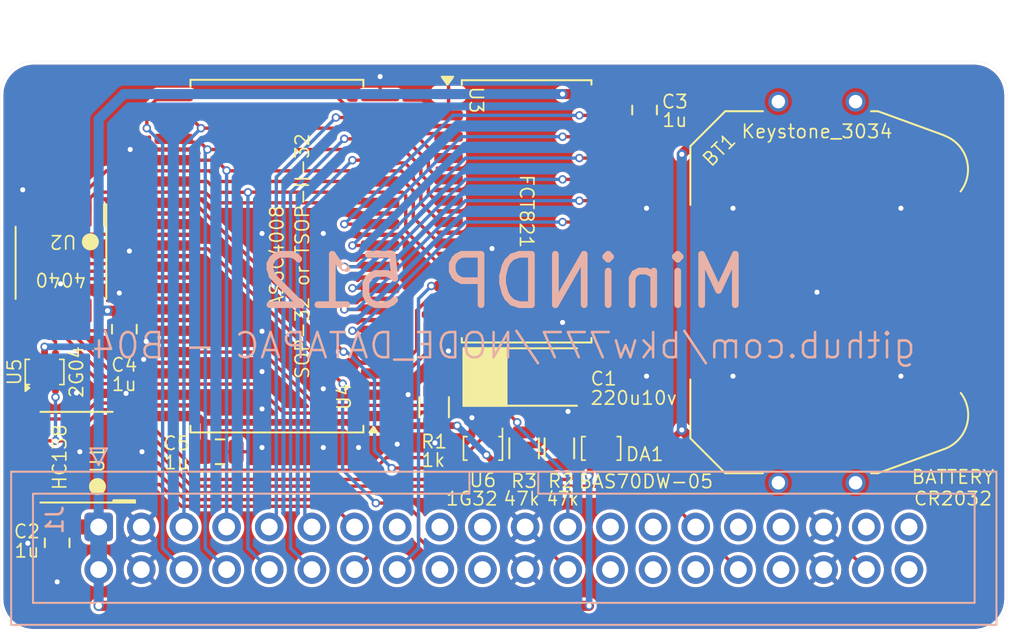
<source format=kicad_pcb>
(kicad_pcb (version 20240108) (generator "pcbnew") (generator_version "8.0")
  (title_block (title "MiniNDP 512") (date "2024-06-13") (rev "B04") (company "Brian K. White - b.kenyon.w@gmail.com") (comment 1 "github.com/bkw777/NODE_DATAPAC"))
  (layers (0 "F.Cu" signal) (31 "B.Cu" signal) (34 "B.Paste" user) (35 "F.Paste" user) (36 "B.SilkS" user "B.Silkscreen") (37 "F.SilkS" user "F.Silkscreen") (38 "B.Mask" user) (39 "F.Mask" user) (44 "Edge.Cuts" user))
  (net 0 "")
  (net 1 "GND")
  (net 2 "VMEM")
  (net 3 "VBUS")
  (net 4 "/AD0")
  (net 5 "/AD1")
  (net 6 "/AD2")
  (net 7 "/AD3")
  (net 8 "/AD4")
  (net 9 "/AD5")
  (net 10 "/AD6")
  (net 11 "/AD7")
  (net 12 "/A8")
  (net 13 "/A9")
  (net 14 "/~{RD}")
  (net 15 "/RAMRST")
  (net 16 "/~{Y0}")
  (net 17 "/(A)")
  (net 23 "/~{BLOCK}")
  (net 24 "/~{BYTE}")
  (net 27 "/BUS_A10")
  (net 30 "/SLEEP")
  (net 31 "/A5")
  (net 32 "/A6")
  (net 34 "/~{CE}")
  (net 35 "/A7")
  (net 36 "+BATT")
  (net 37 "/BUS_A8")
  (net 38 "/BUS_A9")
  (net 39 "/A0")
  (net 40 "/A1")
  (net 41 "/A2")
  (net 42 "/A3")
  (net 43 "/A4")
  (net 55 "/BLOCK")
  (net 57 "/~{WR}")
  (net 59 "Net-(C1-Pad1)")
  (net 61 "/A15")
  (net 62 "/A12")
  (net 63 "/A13")
  (net 64 "/A18")
  (net 65 "/A14")
  (net 66 "/A16")
  (net 67 "/A17")
  (net 68 "/A10")
  (net 69 "/A11")
  (net 70 "/BYTE")
  (footprint "000_LOCAL:CP_6032" (layer "F.Cu") (at 153.309 104.825)
    (property "Reference" "C1")
    (property "Value" "220u10v")
  )
  (footprint "000_LOCAL:TSSOP-16" (layer "F.Cu") (at 126.5 109.6 180)
    (property "Reference" "U1")
    (property "Value" "HC138")
  )
  (footprint "000_LOCAL:C_0805" (layer "F.Cu") (at 125.35 114.704999 -90)
    (property "Reference" "C2")
    (property "Value" "1u")
  )
  (footprint "000_LOCAL:SOIC-24" (layer "F.Cu") (at 153.309001 94.958999)
    (property "Reference" "U3")
    (property "Value" "FCT821")
  )
  (footprint "000_LOCAL:Fiducial_0.75_1.5" (layer "F.Cu") (at 179.95 118.025)
    (property "Reference" "F2" (hide yes))
    (property "Value" "Fiducial_0.75_1.5" (hide yes))
  )
  (footprint "000_LOCAL:TSOP-II-SOP-32_dual" (layer "F.Cu") (at 138.4372 97.626 180)
    (property "Reference" "U4")
    (property "Value" "AS6C4008")
  )
  (footprint "000_LOCAL:Fiducial_0.75_1.5" (layer "F.Cu") (at 179.95 88.025 90)
    (property "Reference" "F2" (hide yes))
    (property "Value" "Fiducial_0.75_1.5" (hide yes))
  )
  (footprint "000_LOCAL:SOT-363_SC-70-6_symmetric" (layer "F.Cu") (at 157.75 109.075 90)
    (property "Reference" "DA1")
    (property "Value" "BAS70DW-05")
  )
  (footprint "000_LOCAL:TSSOP-16" (layer "F.Cu") (at 125.575 98.025 -90)
    (property "Reference" "U2")
    (property "Value" "4040")
  )
  (footprint "000_LOCAL:R_0805" (layer "F.Cu") (at 147.8 106.625 90)
    (property "Reference" "R1")
    (property "Value" "1k")
  )
  (footprint "000_LOCAL:SOT-353_SC-70-5" (layer "F.Cu") (at 150.709 109.075 -90)
    (property "Reference" "U6")
    (property "Value" "1G32")
  )
  (footprint "000_LOCAL:C_0805" (layer "F.Cu") (at 160.331999 88.924 -90)
    (property "Reference" "C3")
    (property "Value" "1u")
  )
  (footprint "000_LOCAL:R_0805" (layer "F.Cu") (at 155.259 109.075 90)
    (property "Reference" "R2")
    (property "Value" "47k")
  )
  (footprint "000_LOCAL:Fiducial_0.75_1.5" (layer "F.Cu") (at 123.95 118.025)
    (property "Reference" "F3" (hide yes))
    (property "Value" "Fiducial_0.75_1.5" (hide yes))
  )
  (footprint "000_LOCAL:MiniNDP_Cover" (layer "F.Cu") (at 151.95 103.025)
    (property "Reference" "ENCLOSURE")
    (property "Value" "MiniNDP_Cover")
  )
  (footprint "000_LOCAL:SOT-363_SC-70-6" (layer "F.Cu") (at 124.6 104.525 90)
    (property "Reference" "U5")
    (property "Value" "2G04")
  )
  (footprint "000_LOCAL:Keystone_3028_3034" (layer "F.Cu") (at 170.6 99.775 90)
    (property "Reference" "BT1")
    (property "Value" "Keystone_3034")
  )
  (footprint "000_LOCAL:R_0805" (layer "F.Cu") (at 153.159 109.075 90)
    (property "Reference" "R3")
    (property "Value" "47k")
  )
  (footprint "000_LOCAL:C_0805" (layer "F.Cu") (at 129.35 101.974999 -90)
    (property "Reference" "C4")
    (property "Value" "1u")
  )
  (footprint "000_LOCAL:C_0805" (layer "F.Cu") (at 135.05 109.275)
    (property "Reference" "C5")
    (property "Value" "1u")
  )
  (footprint "000_LOCAL:IDC-Header_2x20_P2.54mm_Vertical" (layer "B.Cu") (at 127.82 113.755 -90)
    (property "Reference" "J1")
    (property "Value" "Conn_02x20_Odd_Even")
  )
  (gr_line (start 123.95 86.025) (end 179.95 86.025) (stroke (width 0.01)) (layer "Edge.Cuts"))
  (gr_line (start 179.95 120.025) (end 123.95 120.025) (stroke (width 0.01)) (layer "Edge.Cuts"))
  (gr_arc (start 179.95 86.024999) (mid 181.364214 86.610786) (end 181.950001 88.025) (stroke (width 0.01)) (layer "Edge.Cuts"))
  (gr_arc (start 123.95 120.025) (mid 122.535786 119.439214) (end 121.95 118.025) (stroke (width 0.01)) (layer "Edge.Cuts"))
  (gr_arc (start 181.950001 118.025) (mid 181.364214 119.439214) (end 179.95 120.025001) (stroke (width 0.01)) (layer "Edge.Cuts"))
  (gr_line (start 181.95 88.025) (end 181.95 118.025) (stroke (width 0.01)) (layer "Edge.Cuts"))
  (gr_arc (start 121.949999 88.025) (mid 122.535786 86.610786) (end 123.95 86.024999) (stroke (width 0.01)) (layer "Edge.Cuts"))
  (gr_line (start 121.95 118.025) (end 121.95 88.025) (stroke (width 0.01)) (layer "Edge.Cuts"))
  (gr_text "${TITLE}" (at 151.95 99.15 0) (layer "B.SilkS") (effects (font (size 3 3) (thickness 0.4)) (justify mirror)))
  (gr_text "${COMMENT1} - ${REVISION}" (at 151.95 102.96 0) (layer "B.SilkS") (effects (font (size 1.5 1.5)) (justify mirror)))
  (gr_text "SOP-32 or TSOP-II-32" (at 139.95 97.625 90) (layer "F.SilkS") (effects (font (size 0.8 0.8) (thickness 0.1))))
  (gr_text "BATTERY\nCR2032" (at 178.7 111.425 0) (layer "F.SilkS") (effects (font (size 0.8 0.8) (thickness 0.1))))
  (via (at 150.05 107.25) (size 0.5) (drill 0.3) (layers "F.Cu" "B.Cu") (net 1))
  (via (at 126.5 105.775) (size 0.5) (drill 0.3) (layers "F.Cu" "B.Cu") (net 1))
  (via (at 141.2 105.525) (size 0.5) (drill 0.3) (layers "F.Cu" "B.Cu") (net 1))
  (via (at 155.45 101.575) (size 0.5) (drill 0.3) (layers "F.Cu" "B.Cu") (net 1))
  (via (at 151.25 97.175) (size 0.5) (drill 0.3) (layers "F.Cu" "B.Cu") (net 1))
  (via (at 170.6 99.775) (size 0.5) (drill 0.3) (layers "F.Cu" "B.Cu") (net 1))
  (via (at 165.6 94.775) (size 0.5) (drill 0.3) (layers "F.Cu" "B.Cu") (net 1))
  (via (at 141.2 96.275) (size 0.5) (drill 0.3) (layers "F.Cu" "B.Cu") (net 1))
  (via (at 143.3 109.025) (size 0.5) (drill 0.3) (layers "F.Cu" "B.Cu") (net 1))
  (via (at 175.6 94.775) (size 0.5) (drill 0.3) (layers "F.Cu" "B.Cu") (net 1))
  (via (at 145.6 108.825) (size 0.5) (drill 0.3) (layers "F.Cu" "B.Cu") (net 1))
  (via (at 137.55 104.5) (size 0.5) (drill 0.3) (layers "F.Cu" "B.Cu") (net 1))
  (via (at 129.45 105.8) (size 0.5) (drill 0.3) (layers "F.Cu" "B.Cu") (net 1))
  (via (at 130.65 102.706) (size 0.5) (drill 0.3) (layers "F.Cu" "B.Cu") (net 1))
  (via (at 137.55 96.275) (size 0.5) (drill 0.3) (layers "F.Cu" "B.Cu") (net 1))
  (via (at 137.55 106.725) (size 0.5) (drill 0.3) (layers "F.Cu" "B.Cu") (net 1))
  (via (at 123.6 114.725) (size 0.5) (drill 0.3) (layers "F.Cu" "B.Cu") (net 1))
  (via (at 129.65 97.325) (size 0.5) (drill 0.3) (layers "F.Cu" "B.Cu") (net 1))
  (via (at 165.6 104.775) (size 0.5) (drill 0.3) (layers "F.Cu" "B.Cu") (net 1))
  (via (at 141.2 109.025) (size 0.5) (drill 0.3) (layers "F.Cu" "B.Cu") (net 1))
  (via (at 125.35 117.025) (size 0.5) (drill 0.3) (layers "F.Cu" "B.Cu") (net 1))
  (via (at 137.55 109.025) (size 0.5) (drill 0.3) (layers "F.Cu" "B.Cu") (net 1))
  (via (at 160.45 104.775) (size 0.5) (drill 0.3) (layers "F.Cu" "B.Cu") (net 1))
  (via (at 129.05 99.825) (size 0.5) (drill 0.3) (layers "F.Cu" "B.Cu") (net 1))
  (via (at 123.3 93.675) (size 0.5) (drill 0.3) (layers "F.Cu" "B.Cu") (net 1))
  (via (at 126.7 109.275) (size 0.5) (drill 0.3) (layers "F.Cu" "B.Cu") (net 1))
  (via (at 144.584 86.9326) (size 0.5) (drill 0.3) (layers "F.Cu" "B.Cu") (net 1))
  (via (at 146.25 105.875) (size 0.5) (drill 0.3) (layers "F.Cu" "B.Cu") (net 1))
  (via (at 137.55 102.1) (size 0.5) (drill 0.3) (layers "F.Cu" "B.Cu") (net 1))
  (via (at 125.55 99.275) (size 0.5) (drill 0.3) (layers "F.Cu" "B.Cu") (net 1))
  (via (at 130.4 109.275) (size 0.5) (drill 0.3) (layers "F.Cu" "B.Cu") (net 1))
  (via (at 160.45 94.775) (size 0.5) (drill 0.3) (layers "F.Cu" "B.Cu") (net 1))
  (via (at 175.6 104.775) (size 0.5) (drill 0.3) (layers "F.Cu" "B.Cu") (net 1))
  (via (at 155.775 106.875) (size 0.5) (drill 0.3) (layers "F.Cu" "B.Cu") (net 1))
  (via (at 130.5 103.775) (size 0.5) (drill 0.3) (layers "F.Cu" "B.Cu") (net 1))
  (via (at 148.65 103.275) (size 0.5) (drill 0.3) (layers "F.Cu" "B.Cu") (net 1))
  (via (at 129.7 91.275) (size 0.5) (drill 0.3) (layers "F.Cu" "B.Cu") (net 1))
  (via (at 147.85 108.75) (size 0.5) (drill 0.3) (layers "F.Cu" "B.Cu") (net 1))
  (segment (start 147.950001 107.725) (end 147.8 107.574999) (width 0.4) (layer "F.Cu") (net 2))
  (segment (start 151.359 109.909) (end 151.359 110.025) (width 0.4) (layer "F.Cu") (net 2))
  (segment (start 155.7 109.525) (end 155.7 110.024999) (width 0.4) (layer "F.Cu") (net 2))
  (segment (start 149.175 107.725) (end 147.950001 107.725) (width 0.4) (layer "F.Cu") (net 2))
  (segment (start 134.1 109.275) (end 134.1 107.525) (width 0.4) (layer "F.Cu") (net 2))
  (segment (start 150.9125 109.4625) (end 151.359 109.909) (width 0.4) (layer "F.Cu") (net 2))
  (segment (start 157.1 108.125) (end 155.7 109.525) (width 0.4) (layer "F.Cu") (net 2))
  (segment (start 155.259 110.024999) (end 153.159 110.024999) (width 0.4) (layer "F.Cu") (net 2))
  (segment (start 132.392 107.2526) (end 132.2904 107.151) (width 0.4) (layer "F.Cu") (net 2))
  (segment (start 143.072 107.925) (end 146.15 107.925) (width 0.4) (layer "F.Cu") (net 2))
  (segment (start 146.15 107.925) (end 146.35 107.725) (width 0.4) (layer "F.Cu") (net 2))
  (segment (start 142.672 107.525) (end 143.072 107.925) (width 0.4) (layer "F.Cu") (net 2))
  (segment (start 134.1 107.525) (end 142.672 107.525) (width 0.4) (layer "F.Cu") (net 2))
  (segment (start 155.7 110.024999) (end 155.259 110.024999) (width 0.4) (layer "F.Cu") (net 2))
  (segment (start 147.649999 107.725) (end 147.8 107.574999) (width 0.4) (layer "F.Cu") (net 2))
  (segment (start 151.359 110.025) (end 151.359001 110.024999) (width 0.4) (layer "F.Cu") (net 2))
  (segment (start 134.1 107.525) (end 133.8276 107.2526) (width 0.4) (layer "F.Cu") (net 2))
  (segment (start 151.359001 110.024999) (end 153.159 110.024999) (width 0.4) (layer "F.Cu") (net 2))
  (segment (start 133.8276 107.2526) (end 132.392 107.2526) (width 0.4) (layer "F.Cu") (net 2))
  (segment (start 146.35 107.725) (end 147.649999 107.725) (width 0.4) (layer "F.Cu") (net 2))
  (via (at 149.175 107.725) (size 0.5) (drill 0.3) (layers "F.Cu" "B.Cu") (net 2))
  (via (at 150.9125 109.4625) (size 0.5) (drill 0.3) (layers "F.Cu" "B.Cu") (net 2))
  (segment (start 149.175 107.725) (end 150.9125 109.4625) (width 0.4) (layer "B.Cu") (net 2))
  (segment (start 127.82 118.454) (end 157.03 118.454) (width 0.6) (layer "F.Cu") (net 3))
  (segment (start 124.6 103.575001) (end 124.6 103.025) (width 0.4) (layer "F.Cu") (net 3))
  (segment (start 124.85 113.755) (end 124.85 112.575) (width 0.4) (layer "F.Cu") (net 3))
  (segment (start 124.85 112.575) (end 124.15 111.875) (width 0.4) (layer "F.Cu") (net 3))
  (segment (start 157.03 110.725) (end 157.1 110.655) (width 0.4) (layer "F.Cu") (net 3))
  (segment (start 128.35 100.875) (end 127.85 100.875) (width 0.4) (layer "F.Cu") (net 3))
  (segment (start 124.15 111.875) (end 123.65 111.875) (width 0.4) (layer "F.Cu") (net 3))
  (segment (start 125.35 113.755) (end 124.85 113.755) (width 0.4) (layer "F.Cu") (net 3))
  (segment (start 127.82 113.755) (end 125.35 113.755) (width 0.9) (layer "F.Cu") (net 3))
  (segment (start 157.959001 87.974) (end 160.331999 87.974) (width 0.6) (layer "F.Cu") (net 3))
  (segment (start 128.35 100.875) (end 129.2 100.875) (width 0.6) (layer "F.Cu") (net 3))
  (segment (start 157.1 110.655) (end 157.1 110.225) (width 0.4) (layer "F.Cu") (net 3))
  (segment (start 129.2 100.875) (end 129.35 101.025) (width 0.6) (layer "F.Cu") (net 3))
  (segment (start 155.45 87.974) (end 157.959001 87.974) (width 0.6) (layer "F.Cu") (net 3))
  (via (at 128.35 100.875) (size 0.5) (drill 0.3) (layers "F.Cu" "B.Cu") (net 3))
  (via (at 157.03 110.725) (size 0.5) (drill 0.3) (layers "F.Cu" "B.Cu") (net 3))
  (via (at 155.45 87.974) (size 0.5) (drill 0.3) (layers "F.Cu" "B.Cu") (net 3))
  (via (at 127.82 118.454) (size 0.6) (drill 0.4) (layers "F.Cu" "B.Cu") (net 3))
  (via (at 124.6 103.025) (size 0.5) (drill 0.3) (layers "F.Cu" "B.Cu") (net 3))
  (via (at 157.03 118.454) (size 0.5) (drill 0.3) (layers "F.Cu" "B.Cu") (net 3))
  (segment (start 127.82 116.295) (end 127.82 118.454) (width 0.6) (layer "B.Cu") (net 3))
  (segment (start 129.321 87.974) (end 127.82 89.475) (width 0.6) (layer "B.Cu") (net 3))
  (segment (start 127.82 95.425) (end 127.82 89.475) (width 0.6) (layer "B.Cu") (net 3))
  (segment (start 127.82 100.875) (end 127.82 95.425) (width 0.6) (layer "B.Cu") (net 3))
  (segment (start 128.35 100.875) (end 127.82 100.875) (width 0.6) (layer "B.Cu") (net 3))
  (segment (start 127.82 113.755) (end 127.82 103.025) (width 0.6) (layer "B.Cu") (net 3))
  (segment (start 127.82 101.375) (end 127.82 100.875) (width 0.6) (layer "B.Cu") (net 3))
  (segment (start 155.45 87.974) (end 129.321 87.974) (width 0.6) (layer "B.Cu") (net 3))
  (segment (start 157.03 110.725) (end 157.03 118.454) (width 0.4) (layer "B.Cu") (net 3))
  (segment (start 124.6 103.025) (end 127.82 103.025) (width 0.4) (layer "B.Cu") (net 3))
  (segment (start 127.82 103.025) (end 127.82 101.375) (width 0.6) (layer "B.Cu") (net 3))
  (segment (start 127.82 116.295) (end 127.82 113.755) (width 1) (layer "B.Cu") (net 3))
  (segment (start 141.976 88.101) (end 142.611 88.736) (width 0.2) (layer "F.Cu") (net 4))
  (segment (start 132.2904 88.101) (end 141.976 88.101) (width 0.2) (layer "F.Cu") (net 4))
  (segment (start 147.3018 89.0408) (end 148.455802 89.0408) (width 0.2) (layer "F.Cu") (net 4))
  (segment (start 130.6902 90.006) (end 130.6902 88.863) (width 0.2) (layer "F.Cu") (net 4))
  (segment (start 142.611 88.736) (end 146.997 88.736) (width 0.2) (layer "F.Cu") (net 4))
  (segment (start 131.4522 88.101) (end 132.2904 88.101) (width 0.2) (layer "F.Cu") (net 4))
  (segment (start 130.6902 88.863) (end 131.4522 88.101) (width 0.2) (layer "F.Cu") (net 4))
  (segment (start 146.997 88.736) (end 147.3018 89.0408) (width 0.2) (layer "F.Cu") (net 4))
  (segment (start 148.455802 89.0408) (end 148.659001 89.243999) (width 0.2) (layer "F.Cu") (net 4))
  (via (at 130.6902 90.006) (size 0.5) (drill 0.3) (layers "F.Cu" "B.Cu") (net 4))
  (segment (start 131.63 115.025) (end 132.9 116.295) (width 0.2) (layer "B.Cu") (net 4))
  (segment (start 130.6902 90.006) (end 131.63 90.9458) (width 0.2) (layer "B.Cu") (net 4))
  (segment (start 131.63 90.9458) (end 131.63 115.025) (width 0.2) (layer "B.Cu") (net 4))
  (segment (start 133.281 89.371) (end 132.2904 89.371) (width 0.2) (layer "F.Cu") (net 5))
  (segment (start 146.29 90.006) (end 148.067999 91.783999) (width 0.2) (layer "F.Cu") (net 5))
  (segment (start 148.067999 91.783999) (end 148.659 91.783999) (width 0.2) (layer "F.Cu") (net 5))
  (segment (start 133.916 90.006) (end 146.29 90.006) (width 0.2) (layer "F.Cu") (net 5))
  (segment (start 133.916 90.006) (end 133.281 89.371) (width 0.2) (layer "F.Cu") (net 5))
  (via (at 133.916 90.006) (size 0.5) (drill 0.3) (layers "F.Cu" "B.Cu") (net 5))
  (segment (start 133.916 90.006) (end 132.9 91.022) (width 0.2) (layer "B.Cu") (net 5))
  (segment (start 132.9 91.022) (end 132.9 113.755) (width 0.2) (layer "B.Cu") (net 5))
  (segment (start 147.009 92.304) (end 147.009 92.7612) (width 0.2) (layer "F.Cu") (net 6))
  (segment (start 147.459 93.875) (end 147.709 94.125) (width 0.2) (layer "F.Cu") (net 6))
  (segment (start 133.8682 90.8442) (end 132.4936 90.8442) (width 0.2) (layer "F.Cu") (net 6))
  (segment (start 134.3 91.276) (end 145.981 91.276) (width 0.2) (layer "F.Cu") (net 6))
  (segment (start 132.4936 90.8442) (end 132.2904 90.641) (width 0.2) (layer "F.Cu") (net 6))
  (segment (start 148.460002 94.125) (end 148.659001 94.323999) (width 0.2) (layer "F.Cu") (net 6))
  (segment (start 134.3 91.276) (end 133.8682 90.8442) (width 0.2) (layer "F.Cu") (net 6))
  (segment (start 145.981 91.276) (end 147.009 92.304) (width 0.2) (layer "F.Cu") (net 6))
  (segment (start 147.009 92.7612) (end 147.459 93.2112) (width 0.2) (layer "F.Cu") (net 6))
  (segment (start 147.459 93.2112) (end 147.459 93.875) (width 0.2) (layer "F.Cu") (net 6))
  (segment (start 147.709 94.125) (end 148.460002 94.125) (width 0.2) (layer "F.Cu") (net 6))
  (via (at 134.3 91.276) (size 0.5) (drill 0.3) (layers "F.Cu" "B.Cu") (net 6))
  (segment (start 134.3 91.276) (end 134.17 91.406) (width 0.2) (layer "B.Cu") (net 6))
  (segment (start 134.17 91.406) (end 134.17 115.025) (width 0.2) (layer "B.Cu") (net 6))
  (segment (start 134.17 115.025) (end 135.44 116.295) (width 0.2) (layer "B.Cu") (net 6))
  (segment (start 134.826 91.911) (end 132.2904 91.911) (width 0.2) (layer "F.Cu") (net 7))
  (segment (start 146.109 92.804) (end 146.109 93.2836) (width 0.2) (layer "F.Cu") (net 7))
  (segment (start 146.559 93.7336) (end 146.559 95.325) (width 0.2) (layer "F.Cu") (net 7))
  (segment (start 135.44 92.525) (end 135.461 92.546) (width 0.2) (layer "F.Cu") (net 7))
  (segment (start 146.559 95.325) (end 148.097999 96.863999) (width 0.2) (layer "F.Cu") (net 7))
  (segment (start 148.097999 96.863999) (end 148.659001 96.863999) (width 0.2) (layer "F.Cu") (net 7))
  (segment (start 135.461 92.546) (end 145.851 92.546) (width 0.2) (layer "F.Cu") (net 7))
  (segment (start 146.109 93.2836) (end 146.559 93.7336) (width 0.2) (layer "F.Cu") (net 7))
  (segment (start 135.44 92.525) (end 134.826 91.911) (width 0.2) (layer "F.Cu") (net 7))
  (segment (start 145.851 92.546) (end 146.109 92.804) (width 0.2) (layer "F.Cu") (net 7))
  (via (at 135.44 92.525) (size 0.5) (drill 0.3) (layers "F.Cu" "B.Cu") (net 7))
  (segment (start 135.44 92.525) (end 135.44 113.755) (width 0.2) (layer "B.Cu") (net 7))
  (segment (start 136.719 93.816) (end 145.9 93.816) (width 0.2) (layer "F.Cu") (net 8))
  (segment (start 136.71 93.825) (end 134.941 93.825) (width 0.2) (layer "F.Cu") (net 8))
  (segment (start 146.109 96.125) (end 148.117999 98.133999) (width 0.2) (layer "F.Cu") (net 8))
  (segment (start 148.117999 98.133999) (end 148.659 98.133999) (width 0.2) (layer "F.Cu") (net 8))
  (segment (start 134.297 93.181) (end 132.2904 93.181) (width 0.2) (layer "F.Cu") (net 8))
  (segment (start 145.9 93.816) (end 146.109 94.025) (width 0.2) (layer "F.Cu") (net 8))
  (segment (start 134.941 93.825) (end 134.297 93.181) (width 0.2) (layer "F.Cu") (net 8))
  (segment (start 136.71 93.825) (end 136.719 93.816) (width 0.2) (layer "F.Cu") (net 8))
  (segment (start 146.109 94.025) (end 146.109 96.125) (width 0.2) (layer "F.Cu") (net 8))
  (via (at 136.71 93.825) (size 0.5) (drill 0.3) (layers "F.Cu" "B.Cu") (net 8))
  (segment (start 136.71 93.825) (end 136.71 115.025) (width 0.2) (layer "B.Cu") (net 8))
  (segment (start 136.71 115.025) (end 137.98 116.295) (width 0.2) (layer "B.Cu") (net 8))
  (segment (start 146.5914 89.575) (end 147.3414 90.325) (width 0.2) (layer "F.Cu") (net 9))
  (segment (start 148.470002 90.325) (end 148.659001 90.513999) (width 0.2) (layer "F.Cu") (net 9))
  (segment (start 144.8134 89.575) (end 146.5914 89.575) (width 0.2) (layer "F.Cu") (net 9))
  (segment (start 144.6094 89.371) (end 144.8134 89.575) (width 0.2) (layer "F.Cu") (net 9))
  (segment (start 141.95 89.371) (end 144.6094 89.371) (width 0.2) (layer "F.Cu") (net 9))
  (segment (start 147.3414 90.325) (end 148.470002 90.325) (width 0.2) (layer "F.Cu") (net 9))
  (via (at 141.95 89.371) (size 0.5) (drill 0.3) (layers "F.Cu" "B.Cu") (net 9))
  (segment (start 138.4 92.921) (end 138.4 113.335) (width 0.2) (layer "B.Cu") (net 9))
  (segment (start 141.95 89.371) (end 138.4 92.921) (width 0.2) (layer "B.Cu") (net 9))
  (segment (start 138.4 113.335) (end 137.98 113.755) (width 0.2) (layer "B.Cu") (net 9))
  (segment (start 147.459 92.0174) (end 147.459 92.426) (width 0.2) (layer "F.Cu") (net 10))
  (segment (start 148.086999 93.053999) (end 148.659001 93.053999) (width 0.2) (layer "F.Cu") (net 10))
  (segment (start 142.45 90.641) (end 144.6094 90.641) (width 0.2) (layer "F.Cu") (net 10))
  (segment (start 144.7934 90.825) (end 146.2666 90.825) (width 0.2) (layer "F.Cu") (net 10))
  (segment (start 146.2666 90.825) (end 147.459 92.0174) (width 0.2) (layer "F.Cu") (net 10))
  (segment (start 144.6094 90.641) (end 144.7934 90.825) (width 0.2) (layer "F.Cu") (net 10))
  (segment (start 147.459 92.426) (end 148.086999 93.053999) (width 0.2) (layer "F.Cu") (net 10))
  (via (at 142.45 90.641) (size 0.5) (drill 0.3) (layers "F.Cu" "B.Cu") (net 10))
  (segment (start 139.25 93.841) (end 139.25 115.025) (width 0.2) (layer "B.Cu") (net 10))
  (segment (start 139.25 115.025) (end 140.52 116.295) (width 0.2) (layer "B.Cu") (net 10))
  (segment (start 142.45 90.641) (end 139.25 93.841) (width 0.2) (layer "B.Cu") (net 10))
  (segment (start 146.0688 92.075) (end 146.559 92.5652) (width 0.2) (layer "F.Cu") (net 11))
  (segment (start 142.933 91.911) (end 144.6094 91.911) (width 0.2) (layer "F.Cu") (net 11))
  (segment (start 147.009 94.475) (end 148.127999 95.593999) (width 0.2) (layer "F.Cu") (net 11))
  (segment (start 144.6094 91.911) (end 144.7734 92.075) (width 0.2) (layer "F.Cu") (net 11))
  (segment (start 146.559 92.5652) (end 146.559 93.0245) (width 0.2) (layer "F.Cu") (net 11))
  (segment (start 144.7734 92.075) (end 146.0688 92.075) (width 0.2) (layer "F.Cu") (net 11))
  (segment (start 147.009 93.4745) (end 147.009 94.475) (width 0.2) (layer "F.Cu") (net 11))
  (segment (start 148.127999 95.593999) (end 148.659001 95.593999) (width 0.2) (layer "F.Cu") (net 11))
  (segment (start 146.559 93.0245) (end 147.009 93.4745) (width 0.2) (layer "F.Cu") (net 11))
  (via (at 142.933 91.911) (size 0.5) (drill 0.3) (layers "F.Cu" "B.Cu") (net 11))
  (segment (start 140.1 94.744) (end 140.1 113.335) (width 0.2) (layer "B.Cu") (net 11))
  (segment (start 142.933 91.911) (end 140.1 94.744) (width 0.2) (layer "B.Cu") (net 11))
  (segment (start 140.1 113.335) (end 140.52 113.755) (width 0.2) (layer "B.Cu") (net 11))
  (segment (start 128.2 104.825) (end 130.625 104.825) (width 0.2) (layer "F.Cu") (net 12))
  (segment (start 131.046 105.246) (end 137.121 105.246) (width 0.2) (layer "F.Cu") (net 12))
  (segment (start 137.121 105.246) (end 138.85 106.975) (width 0.2) (layer "F.Cu") (net 12))
  (segment (start 125.25 101.875) (end 128.2 104.825) (width 0.2) (layer "F.Cu") (net 12))
  (segment (start 144.408 106.975) (end 144.584 107.151) (width 0.2) (layer "F.Cu") (net 12))
  (segment (start 125.25 100.875) (end 125.25 101.875) (width 0.2) (layer "F.Cu") (net 12))
  (segment (start 138.85 106.975) (end 144.408 106.975) (width 0.2) (layer "F.Cu") (net 12))
  (segment (start 130.625 104.825) (end 131.046 105.246) (width 0.2) (layer "F.Cu") (net 12))
  (segment (start 126.846 102.071) (end 132.2904 102.071) (width 0.2) (layer "F.Cu") (net 13))
  (segment (start 126.55 100.875) (end 126.55 101.775) (width 0.2) (layer "F.Cu") (net 13))
  (segment (start 126.55 101.775) (end 126.846 102.071) (width 0.2) (layer "F.Cu") (net 13))
  (segment (start 142.35 105.225) (end 134.3192 97.1942) (width 0.2) (layer "F.Cu") (net 14))
  (segment (start 144.33 112.3326) (end 146.0576 112.3326) (width 0.2) (layer "F.Cu") (net 14))
  (segment (start 147.5 115.025) (end 154.49 115.025) (width 0.2) (layer "F.Cu") (net 14))
  (segment (start 146.0576 112.3326) (end 146.87 113.145) (width 0.2) (layer "F.Cu") (net 14))
  (segment (start 132.4936 97.1942) (end 132.2904 96.991) (width 0.2) (layer "F.Cu") (net 14))
  (segment (start 154.49 115.025) (end 155.76 116.295) (width 0.2) (layer "F.Cu") (net 14))
  (segment (start 146.87 114.395) (end 147.5 115.025) (width 0.2) (layer "F.Cu") (net 14))
  (segment (start 134.3192 97.1942) (end 132.4936 97.1942) (width 0.2) (layer "F.Cu") (net 14))
  (segment (start 146.87 113.145) (end 146.87 114.395) (width 0.2) (layer "F.Cu") (net 14))
  (via (at 142.35 105.225) (size 0.5) (drill 0.3) (layers "F.Cu" "B.Cu") (net 14))
  (via (at 144.33 112.3326) (size 0.5) (drill 0.3) (layers "F.Cu" "B.Cu") (net 14))
  (segment (start 142.35 110.3526) (end 142.35 105.225) (width 0.2) (layer "B.Cu") (net 14))
  (segment (start 144.33 112.3326) (end 142.35 110.3526) (width 0.2) (layer "B.Cu") (net 14))
  (segment (start 163.1 110.225) (end 158.4 110.225) (width 0.2) (layer "F.Cu") (net 15))
  (segment (start 173.54 116.295) (end 172.27 115.025) (width 0.2) (layer "F.Cu") (net 15))
  (segment (start 166.5 112.425) (end 165.3 112.425) (width 0.2) (layer "F.Cu") (net 15))
  (segment (start 165.3 112.425) (end 163.1 110.225) (width 0.2) (layer "F.Cu") (net 15))
  (segment (start 167.19 114.41525) (end 167.19 113.115) (width 0.2) (layer "F.Cu") (net 15))
  (segment (start 167.19 113.115) (end 166.5 112.425) (width 0.2) (layer "F.Cu") (net 15))
  (segment (start 172.27 115.025) (end 167.79975 115.025) (width 0.2) (layer "F.Cu") (net 15))
  (segment (start 158.4 110.225) (end 158.4 110.025) (width 0.2) (layer "F.Cu") (net 15))
  (segment (start 167.79975 115.025) (end 167.19 114.41525) (width 0.2) (layer "F.Cu") (net 15))
  (segment (start 163.38 113.755) (end 161.35 111.725) (width 0.2) (layer "F.Cu") (net 16))
  (segment (start 131.35 109.925) (end 129.35 109.925) (width 0.2) (layer "F.Cu") (net 16))
  (segment (start 133.15 111.725) (end 131.35 109.925) (width 0.2) (layer "F.Cu") (net 16))
  (segment (start 161.35 111.725) (end 133.15 111.725) (width 0.2) (layer "F.Cu") (net 16))
  (segment (start 130.65 108.625) (end 129.35 108.625) (width 0.2) (layer "F.Cu") (net 17))
  (segment (start 162.85 111.325) (end 133.35 111.325) (width 0.2) (layer "F.Cu") (net 17))
  (segment (start 164.65 115.025) (end 164.65 113.125) (width 0.2) (layer "F.Cu") (net 17))
  (segment (start 164.65 113.125) (end 162.85 111.325) (width 0.2) (layer "F.Cu") (net 17))
  (segment (start 165.92 116.295) (end 164.65 115.025) (width 0.2) (layer "F.Cu") (net 17))
  (segment (start 133.35 111.325) (end 130.65 108.625) (width 0.2) (layer "F.Cu") (net 17))
  (segment (start 130.4 107.775) (end 133.55 110.925) (width 0.2) (layer "F.Cu") (net 23))
  (segment (start 126.075 108.625) (end 127.925 106.775) (width 0.2) (layer "F.Cu") (net 23))
  (segment (start 130.15 106.775) (end 130.4 107.025) (width 0.2) (layer "F.Cu") (net 23))
  (segment (start 125.25 108.625) (end 123.65 108.625) (width 0.2) (layer "F.Cu") (net 23))
  (segment (start 159 102.425) (end 158.518998 101.943998) (width 0.2) (layer "F.Cu") (net 23))
  (segment (start 125.25 108.625) (end 126.075 108.625) (width 0.2) (layer "F.Cu") (net 23))
  (segment (start 158.75 108.775) (end 159 108.525) (width 0.2) (layer "F.Cu") (net 23))
  (segment (start 125.25 105.475) (end 125.25 106.025) (width 0.2) (layer "F.Cu") (net 23))
  (segment (start 158.518998 101.943998) (end 157.959001 101.943998) (width 0.2) (layer "F.Cu") (net 23))
  (segment (start 157.35 108.775) (end 158.75 108.775) (width 0.2) (layer "F.Cu") (net 23))
  (segment (start 159 108.525) (end 159 102.425) (width 0.2) (layer "F.Cu") (net 23))
  (segment (start 156.4 109.725) (end 157.35 108.775) (width 0.2) (layer "F.Cu") (net 23))
  (segment (start 155.9 110.925) (end 156.4 110.425) (width 0.2) (layer "F.Cu") (net 23))
  (segment (start 130.4 107.025) (end 130.4 107.775) (width 0.2) (layer "F.Cu") (net 23))
  (segment (start 133.55 110.925) (end 155.9 110.925) (width 0.2) (layer "F.Cu") (net 23))
  (segment (start 156.4 110.425) (end 156.4 109.725) (width 0.2) (layer "F.Cu") (net 23))
  (segment (start 127.925 106.775) (end 130.15 106.775) (width 0.2) (layer "F.Cu") (net 23))
  (via (at 125.25 106.025) (size 0.5) (drill 0.3) (layers "F.Cu" "B.Cu") (net 23))
  (via (at 125.25 108.625) (size 0.5) (drill 0.3) (layers "F.Cu" "B.Cu") (net 23))
  (segment (start 125.25 108.625) (end 125.25 106.025) (width 0.2) (layer "B.Cu") (net 23))
  (segment (start 126.675 107.325) (end 127.625 106.375) (width 0.2) (layer "F.Cu") (net 24))
  (segment (start 150.609 108.525) (end 150.609 108.225001) (width 0.2) (layer "F.Cu") (net 24))
  (segment (start 127.625 106.375) (end 130.325 106.375) (width 0.2) (layer "F.Cu") (net 24))
  (segment (start 144.2 110.375) (end 144.95 109.625) (width 0.2) (layer "F.Cu") (net 24))
  (segment (start 150.609 108.225001) (end 150.709 108.125001) (width 0.2) (layer "F.Cu") (net 24))
  (segment (start 123.95 107.325) (end 123.95 105.475) (width 0.2) (layer "F.Cu") (net 24))
  (segment (start 130.325 106.375) (end 130.8 106.85) (width 0.2) (layer "F.Cu") (net 24))
  (segment (start 123.65 107.325) (end 126.675 107.325) (width 0.2) (layer "F.Cu") (net 24))
  (segment (start 149.509 109.625) (end 150.609 108.525) (width 0.2) (layer "F.Cu") (net 24))
  (segment (start 130.8 106.85) (end 130.8 107.575) (width 0.2) (layer "F.Cu") (net 24))
  (segment (start 144.95 109.625) (end 149.509 109.625) (width 0.2) (layer "F.Cu") (net 24))
  (segment (start 133.6 110.375) (end 144.2 110.375) (width 0.2) (layer "F.Cu") (net 24))
  (segment (start 130.8 107.575) (end 133.6 110.375) (width 0.2) (layer "F.Cu") (net 24))
  (segment (start 123.65 107.325) (end 123.95 107.325) (width 0.2) (layer "F.Cu") (net 24))
  (segment (start 147.632 99.403999) (end 148.659001 99.403999) (width 0.2) (layer "F.Cu") (net 27))
  (via (at 147.632 99.403999) (size 0.5) (drill 0.3) (layers "F.Cu" "B.Cu") (net 27))
  (segment (start 146.87 100.165999) (end 146.87 115.025) (width 0.2) (layer "B.Cu") (net 27))
  (segment (start 147.632 99.403999) (end 146.87 100.165999) (width 0.2) (layer "B.Cu") (net 27))
  (segment (start 146.87 115.025) (end 145.6 116.295) (width 0.2) (layer "B.Cu") (net 27))
  (segment (start 154.709 108.125001) (end 154.709 108.866) (width 0.2) (layer "F.Cu") (net 30))
  (segment (start 154.709 108.866) (end 154.2 109.375) (width 0.2) (layer "F.Cu") (net 30))
  (segment (start 158.3 108.025) (end 158.3 107.675) (width 0.2) (layer "F.Cu") (net 30))
  (segment (start 158.4 108.125) (end 158.3 108.025) (width 0.2) (layer "F.Cu") (net 30))
  (segment (start 155.259 108.125001) (end 154.709 108.125001) (width 0.2) (layer "F.Cu") (net 30))
  (segment (start 156.35 107.875) (end 155.509001 107.875) (width 0.2) (layer "F.Cu") (net 30))
  (segment (start 151.459 108.734) (end 151.459 108.225) (width 0.2) (layer "F.Cu") (net 30))
  (segment (start 156.8 107.425) (end 156.35 107.875) (width 0.2) (layer "F.Cu") (net 30))
  (segment (start 158.3 107.675) (end 158.05 107.425) (width 0.2) (layer "F.Cu") (net 30))
  (segment (start 152.1 109.375) (end 151.459 108.734) (width 0.2) (layer "F.Cu") (net 30))
  (segment (start 151.459 108.225) (end 151.359 108.125) (width 0.2) (layer "F.Cu") (net 30))
  (segment (start 154.2 109.375) (end 152.1 109.375) (width 0.2) (layer "F.Cu") (net 30))
  (segment (start 158.05 107.425) (end 156.8 107.425) (width 0.2) (layer "F.Cu") (net 30))
  (segment (start 155.509001 107.875) (end 155.259 108.125001) (width 0.2) (layer "F.Cu") (net 30))
  (segment (start 144.584 94.451) (end 134.805 94.451) (width 0.2) (layer "F.Cu") (net 31))
  (segment (start 134.805 94.451) (end 134.17 93.816) (width 0.2) (layer "F.Cu") (net 31))
  (segment (start 127.659 93.816) (end 127.3 94.175) (width 0.2) (layer "F.Cu") (net 31))
  (segment (start 127.3 94.175) (end 127.3 95.075) (width 0.2) (layer "F.Cu") (net 31))
  (segment (start 134.17 93.816) (end 127.659 93.816) (width 0.2) (layer "F.Cu") (net 31))
  (segment (start 127.3 95.075) (end 127.2 95.175) (width 0.2) (layer "F.Cu") (net 31))
  (segment (start 130.85 96.325) (end 131.454 95.721) (width 0.2) (layer "F.Cu") (net 32))
  (segment (start 126 95.275) (end 126 96.125) (width 0.2) (layer "F.Cu") (net 32))
  (segment (start 126.2 96.325) (end 130.85 96.325) (width 0.2) (layer "F.Cu") (net 32))
  (segment (start 125.9 95.175) (end 126 95.275) (width 0.2) (layer "F.Cu") (net 32))
  (segment (start 126 96.125) (end 126.2 96.325) (width 0.2) (layer "F.Cu") (net 32))
  (segment (start 131.454 95.721) (end 132.2904 95.721) (width 0.2) (layer "F.Cu") (net 32))
  (segment (start 133.7382 94.6542) (end 132.4936 94.6542) (width 0.2) (layer "F.Cu") (net 34))
  (segment (start 145.275 110.25) (end 150.059 110.25) (width 0.2) (layer "F.Cu") (net 34))
  (segment (start 142.4045 103.3205) (end 133.7382 94.6542) (width 0.2) (layer "F.Cu") (net 34))
  (segment (start 132.4936 94.6542) (end 132.2904 94.451) (width 0.2) (layer "F.Cu") (net 34))
  (segment (start 150.059 110.25) (end 150.059 110.025) (width 0.2) (layer "F.Cu") (net 34))
  (via (at 142.4045 103.3205) (size 0.5) (drill 0.3) (layers "F.Cu" "B.Cu") (net 34))
  (via (at 145.275 110.25) (size 0.5) (drill 0.3) (layers "F.Cu" "B.Cu") (net 34))
  (segment (start 144.25 109.225) (end 144.25 104.975) (width 0.2) (layer "B.Cu") (net 34))
  (segment (start 142.5955 103.3205) (end 142.4045 103.3205) (width 0.2) (layer "B.Cu") (net 34))
  (segment (start 145.275 110.25) (end 144.25 109.225) (width 0.2) (layer "B.Cu") (net 34))
  (segment (start 144.25 104.975) (end 142.5955 103.3205) (width 0.2) (layer "B.Cu") (net 34))
  (segment (start 125.9 101.875) (end 128.45 104.425) (width 0.2) (layer "F.Cu") (net 35))
  (segment (start 132.1044 104.425) (end 132.2904 104.611) (width 0.2) (layer "F.Cu") (net 35))
  (segment (start 128.45 104.425) (end 132.1044 104.425) (width 0.2) (layer "F.Cu") (net 35))
  (segment (start 125.9 100.875) (end 125.9 101.875) (width 0.2) (layer "F.Cu") (net 35))
  (segment (start 161.25 109.275) (end 162.55 107.975) (width 0.4) (layer "F.Cu") (net 36))
  (segment (start 158 109.275) (end 161.25 109.275) (width 0.4) (layer "F.Cu") (net 36))
  (segment (start 157.75 110.024999) (end 157.75 109.525) (width 0.4) (layer "F.Cu") (net 36))
  (segment (start 157.75 109.525) (end 158 109.275) (width 0.4) (layer "F.Cu") (net 36))
  (segment (start 162.55 107.975) (end 165.7 111.125) (width 0.6) (layer "F.Cu") (net 36))
  (segment (start 162.55 91.561) (end 165.686 88.425) (width 0.6) (layer "F.Cu") (net 36))
  (segment (start 165.686 88.425) (end 170.6 88.425) (width 0.6) (layer "F.Cu") (net 36))
  (segment (start 165.7 111.125) (end 170.6 111.125) (width 0.6) (layer "F.Cu") (net 36))
  (via (at 168.3 88.425) (size 1.2) (drill 0.8) (layers "F.Cu" "B.Cu") (net 36))
  (via (at 168.3 111.125) (size 1.2) (drill 0.8) (layers "F.Cu" "B.Cu") (net 36))
  (via (at 162.55 91.561) (size 0.5) (drill 0.3) (layers "F.Cu" "B.Cu") (net 36))
  (via (at 162.55 107.975) (size 0.5) (drill 0.3) (layers "F.Cu" "B.Cu") (net 36))
  (via (at 172.9 111.125) (size 1.2) (drill 0.8) (layers "F.Cu" "B.Cu") (net 36))
  (via (at 172.9 88.425) (size 1.2) (drill 0.8) (layers "F.Cu" "B.Cu") (net 36))
  (segment (start 162.55 91.561) (end 162.55 107.975) (width 0.6) (layer "B.Cu") (net 36))
  (segment (start 144.33 115.025) (end 143.06 116.295) (width 0.2) (layer "F.Cu") (net 37))
  (segment (start 129.35 110.575) (end 131.4 110.575) (width 0.2) (layer "F.Cu") (net 37))
  (segment (start 131.4 110.575) (end 132.95 112.125) (width 0.2) (layer "F.Cu") (net 37))
  (segment (start 143.25 112.125) (end 144.33 113.205) (width 0.2) (layer "F.Cu") (net 37))
  (segment (start 132.95 112.125) (end 143.25 112.125) (width 0.2) (layer "F.Cu") (net 37))
  (segment (start 144.33 113.205) (end 144.33 115.025) (width 0.2) (layer "F.Cu") (net 37))
  (segment (start 131.45 111.225) (end 132.75 112.525) (width 0.2) (layer "F.Cu") (net 38))
  (segment (start 129.35 111.225) (end 131.45 111.225) (width 0.2) (layer "F.Cu") (net 38))
  (segment (start 141.83 112.525) (end 143.06 113.755) (width 0.2) (layer "F.Cu") (net 38))
  (segment (start 132.75 112.525) (end 141.83 112.525) (width 0.2) (layer "F.Cu") (net 38))
  (segment (start 132.0844 105.675) (end 132.2904 105.881) (width 0.2) (layer "F.Cu") (net 39))
  (segment (start 123.3 100.875) (end 123.3 103.975) (width 0.2) (layer "F.Cu") (net 39))
  (segment (start 127.9625 105.225) (end 130.45 105.225) (width 0.2) (layer "F.Cu") (net 39))
  (segment (start 127.0125 104.275) (end 127.9625 105.225) (width 0.2) (layer "F.Cu") (net 39))
  (segment (start 123.3 103.975) (end 123.6 104.275) (width 0.2) (layer "F.Cu") (net 39))
  (segment (start 130.45 105.225) (end 130.9 105.675) (width 0.2) (layer "F.Cu") (net 39))
  (segment (start 130.9 105.675) (end 132.0844 105.675) (width 0.2) (layer "F.Cu") (net 39))
  (segment (start 123.6 104.275) (end 127.0125 104.275) (width 0.2) (layer "F.Cu") (net 39))
  (segment (start 123.95 95.175) (end 124.05 95.275) (width 0.2) (layer "F.Cu") (net 40))
  (segment (start 129.65 98.975) (end 131.476 100.801) (width 0.2) (layer "F.Cu") (net 40))
  (segment (start 131.476 100.801) (end 132.2904 100.801) (width 0.2) (layer "F.Cu") (net 40))
  (segment (start 124.05 95.275) (end 124.05 96.125) (width 0.2) (layer "F.Cu") (net 40))
  (segment (start 124.05 96.125) (end 126.9 98.975) (width 0.2) (layer "F.Cu") (net 40))
  (segment (start 126.9 98.975) (end 129.65 98.975) (width 0.2) (layer "F.Cu") (net 40))
  (segment (start 127.1 98.525) (end 130.45 98.525) (width 0.2) (layer "F.Cu") (net 41))
  (segment (start 131.456 99.531) (end 132.2904 99.531) (width 0.2) (layer "F.Cu") (net 41))
  (segment (start 124.7 95.275) (end 124.7 96.125) (width 0.2) (layer "F.Cu") (net 41))
  (segment (start 130.45 98.525) (end 131.456 99.531) (width 0.2) (layer "F.Cu") (net 41))
  (segment (start 124.7 96.125) (end 127.1 98.525) (width 0.2) (layer "F.Cu") (net 41))
  (segment (start 124.6 95.175) (end 124.7 95.275) (width 0.2) (layer "F.Cu") (net 41))
  (segment (start 125.35 95.275) (end 125.35 96.125) (width 0.2) (layer "F.Cu") (net 42))
  (segment (start 125.35 96.125) (end 127.3 98.075) (width 0.2) (layer "F.Cu") (net 42))
  (segment (start 132.1044 98.075) (end 132.2904 98.261) (width 0.2) (layer "F.Cu") (net 42))
  (segment (start 127.3 98.075) (end 132.1044 98.075) (width 0.2) (layer "F.Cu") (net 42))
  (segment (start 125.25 95.175) (end 125.35 95.275) (width 0.2) (layer "F.Cu") (net 42))
  (segment (start 144.584 93.181) (end 135.056 93.181) (width 0.2) (layer "F.Cu") (net 43))
  (segment (start 128.279 92.546) (end 126.65 94.175) (width 0.2) (layer "F.Cu") (net 43))
  (segment (start 126.65 95.075) (end 126.55 95.175) (width 0.2) (layer "F.Cu") (net 43))
  (segment (start 134.421 92.546) (end 128.279 92.546) (width 0.2) (layer "F.Cu") (net 43))
  (segment (start 135.056 93.181) (end 134.421 92.546) (width 0.2) (layer "F.Cu") (net 43))
  (segment (start 126.65 94.175) (end 126.65 95.075) (width 0.2) (layer "F.Cu") (net 43))
  (segment (start 125.25 102.725) (end 124.6 102.075) (width 0.2) (layer "F.Cu") (net 55))
  (segment (start 125.25 103.575) (end 125.25 102.725) (width 0.2) (layer "F.Cu") (net 55))
  (segment (start 124.6 102.075) (end 124.6 100.875) (width 0.2) (layer "F.Cu") (net 55))
  (segment (start 151.741 106.516) (end 140.766 106.516) (width 0.2) (layer "F.Cu") (net 57))
  (segment (start 137.591 103.341) (end 132.2904 103.341) (width 0.2) (layer "F.Cu") (net 57))
  (segment (start 140.766 106.516) (end 137.591 103.341) (width 0.2) (layer "F.Cu") (net 57))
  (segment (start 152.75 107.525) (end 152.75 108.125001) (width 0.2) (layer "F.Cu") (net 57))
  (segment (start 152.75 108.125001) (end 153.159 108.125001) (width 0.2) (layer "F.Cu") (net 57))
  (segment (start 152.75 107.525) (end 151.741 106.516) (width 0.2) (layer "F.Cu") (net 57))
  (via (at 152.75 107.525) (size 0.5) (drill 0.3) (layers "F.Cu" "B.Cu") (net 57))
  (segment (start 155.76 110.726) (end 155.76 113.755) (width 0.2) (layer "B.Cu") (net 57))
  (segment (start 152.7545 107.7205) (end 155.76 110.726) (width 0.2) (layer "B.Cu") (net 57))
  (segment (start 149.9965 105.675001) (end 150.846501 104.825) (width 0.6) (layer "F.Cu") (net 59))
  (segment (start 147.8 105.675001) (end 149.9965 105.675001) (width 0.6) (layer "F.Cu") (net 59))
  (segment (start 157.959001 95.593999) (end 155.45 95.593999) (width 0.2) (layer "F.Cu") (net 61))
  (segment (start 144.584 102.071) (end 142.933 102.071) (width 0.2) (layer "F.Cu") (net 61))
  (via (at 155.45 95.593999) (size 0.5) (drill 0.3) (layers "F.Cu" "B.Cu") (net 61))
  (via (at 142.933 102.071) (size 0.5) (drill 0.3) (layers "F.Cu" "B.Cu") (net 61))
  (segment (start 155.45 95.593999) (end 149.664001 95.593999) (width 0.2) (layer "B.Cu") (net 61))
  (segment (start 149.664001 95.593999) (end 143.187 102.071) (width 0.2) (layer "B.Cu") (net 61))
  (segment (start 143.187 102.071) (end 142.933 102.071) (width 0.2) (layer "B.Cu") (net 61))
  (segment (start 157.959002 91.783999) (end 156.45 91.783999) (width 0.2) (layer "F.Cu") (net 62))
  (segment (start 144.584 98.261) (end 142.45 98.261) (width 0.2) (layer "F.Cu") (net 62))
  (via (at 142.45 98.261) (size 0.5) (drill 0.3) (layers "F.Cu" "B.Cu") (net 62))
  (via (at 156.45 91.783999) (size 0.5) (drill 0.3) (layers "F.Cu" "B.Cu") (net 62))
  (segment (start 149.664001 91.783999) (end 156.45 91.783999) (width 0.2) (layer "B.Cu") (net 62))
  (segment (start 143.187 98.261) (end 149.664001 91.783999) (width 0.2) (layer "B.Cu") (net 62))
  (segment (start 142.45 98.261) (end 143.187 98.261) (width 0.2) (layer "B.Cu") (net 62))
  (segment (start 144.584 99.531) (end 142.933 99.531) (width 0.2) (layer "F.Cu") (net 63))
  (segment (start 157.959001 93.053999) (end 155.45 93.053999) (width 0.2) (layer "F.Cu") (net 63))
  (via (at 142.933 99.531) (size 0.5) (drill 0.3) (layers "F.Cu" "B.Cu") (net 63))
  (via (at 155.45 93.053999) (size 0.5) (drill 0.3) (layers "F.Cu" "B.Cu") (net 63))
  (segment (start 149.664001 93.053999) (end 143.187 99.531) (width 0.2) (layer "B.Cu") (net 63))
  (segment (start 143.187 99.531) (end 142.933 99.531) (width 0.2) (layer "B.Cu") (net 63))
  (segment (start 155.45 93.053999) (end 149.664001 93.053999) (width 0.2) (layer "B.Cu") (net 63))
  (segment (start 145.244 105.881) (end 146.1 105.025) (width 0.2) (layer "F.Cu") (net 64))
  (segment (start 147.259 103.466) (end 147.259 101.666) (width 0.2) (layer "F.Cu") (net 64))
  (segment (start 144.717 105.881) (end 144.584 105.881) (width 0.2) (layer "F.Cu") (net 64))
  (segment (start 152.75 101.309) (end 154.655001 99.403999) (width 0.2) (layer "F.Cu") (net 64))
  (segment (start 146.1 105.025) (end 146.1 104.625) (width 0.2) (layer "F.Cu") (net 64))
  (segment (start 144.584 105.881) (end 145.244 105.881) (width 0.2) (layer "F.Cu") (net 64))
  (segment (start 154.655001 99.403999) (end 157.959001 99.403999) (width 0.2) (layer "F.Cu") (net 64))
  (segment (start 147.259 101.666) (end 147.616 101.309) (width 0.2) (layer "F.Cu") (net 64))
  (segment (start 146.1 104.625) (end 147.259 103.466) (width 0.2) (layer "F.Cu") (net 64))
  (segment (start 147.616 101.309) (end 152.75 101.309) (width 0.2) (layer "F.Cu") (net 64))
  (segment (start 157.959001 94.323999) (end 156.45 94.323999) (width 0.2) (layer "F.Cu") (net 65))
  (segment (start 144.584 100.801) (end 142.45 100.801) (width 0.2) (layer "F.Cu") (net 65))
  (via (at 156.45 94.323999) (size 0.5) (drill 0.3) (layers "F.Cu" "B.Cu") (net 65))
  (via (at 142.45 100.801) (size 0.5) (drill 0.3) (layers "F.Cu" "B.Cu") (net 65))
  (segment (start 142.45 100.801) (end 143.187 100.801) (width 0.2) (layer "B.Cu") (net 65))
  (segment (start 143.187 100.801) (end 149.664001 94.323999) (width 0.2) (layer "B.Cu") (net 65))
  (segment (start 149.664001 94.323999) (end 156.45 94.323999) (width 0.2) (layer "B.Cu") (net 65))
  (segment (start 144.584 103.341) (end 145.459 103.341) (width 0.2) (layer "F.Cu") (net 66))
  (segment (start 145.459 103.341) (end 146.259 102.541) (width 0.2) (layer "F.Cu") (net 66))
  (segment (start 147.3555 98.769) (end 152.015 98.769) (width 0.2) (layer "F.Cu") (net 66))
  (segment (start 152.015 98.769) (end 153.920001 96.863999) (width 0.2) (layer "F.Cu") (net 66))
  (segment (start 153.920001 96.863999) (end 157.959001 96.863999) (width 0.2) (layer "F.Cu") (net 66))
  (segment (start 146.259 102.541) (end 146.259 99.8655) (width 0.2) (layer "F.Cu") (net 66))
  (segment (start 146.259 99.8655) (end 147.3555 98.769) (width 0.2) (layer "F.Cu") (net 66))
  (segment (start 146.759 100.866) (end 147.586 100.039) (width 0.2) (layer "F.Cu") (net 67))
  (segment (start 145.364 104.611) (end 146.759 103.216) (width 0.2) (layer "F.Cu") (net 67))
  (segment (start 147.586 100.039) (end 152.395 100.039) (width 0.2) (layer "F.Cu") (net 67))
  (segment (start 152.395 100.039) (end 154.300001 98.133999) (width 0.2) (layer "F.Cu") (net 67))
  (segment (start 146.759 103.216) (end 146.759 100.866) (width 0.2) (layer "F.Cu") (net 67))
  (segment (start 154.300001 98.133999) (end 157.959002 98.133999) (width 0.2) (layer "F.Cu") (net 67))
  (segment (start 144.584 104.611) (end 145.364 104.611) (width 0.2) (layer "F.Cu") (net 67))
  (segment (start 157.959001 89.243999) (end 156.45 89.243999) (width 0.2) (layer "F.Cu") (net 68))
  (segment (start 142.45 95.721) (end 144.584 95.721) (width 0.2) (layer "F.Cu") (net 68))
  (via (at 156.45 89.243999) (size 0.5) (drill 0.3) (layers "F.Cu" "B.Cu") (net 68))
  (via (at 142.45 95.721) (size 0.5) (drill 0.3) (layers "F.Cu" "B.Cu") (net 68))
  (segment (start 142.45 95.721) (end 148.927001 89.243999) (width 0.2) (layer "B.Cu") (net 68))
  (segment (start 148.927001 89.243999) (end 156.45 89.243999) (width 0.2) (layer "B.Cu") (net 68))
  (segment (start 142.933 96.991) (end 144.584 96.991) (width 0.2) (layer "F.Cu") (net 69))
  (segment (start 157.959001 90.513999) (end 155.45 90.513999) (width 0.2) (layer "F.Cu") (net 69))
  (via (at 155.45 90.513999) (size 0.5) (drill 0.3) (layers "F.Cu" "B.Cu") (net 69))
  (via (at 142.933 96.991) (size 0.5) (drill 0.3) (layers "F.Cu" "B.Cu") (net 69))
  (segment (start 155.45 90.513999) (end 149.410001 90.513999) (width 0.2) (layer "B.Cu") (net 69))
  (segment (start 149.410001 90.513999) (end 142.933 96.991) (width 0.2) (layer "B.Cu") (net 69))
  (segment (start 123.95 103.575) (end 123.95 100.875) (width 0.2) (layer "F.Cu") (net 70))
  (zone (net 1) (net_name "GND") (layers "F&B.Cu") (connect_pads (clearance 0.2)) (min_thickness 0.2) (fill yes (thermal_gap 0.2) (thermal_bridge_width 0.2) (smoothing fillet) (radius 0.1))
    (polygon (pts (xy 181.95 120.025) (xy 181.95 86.025) (xy 121.95 86.025) (xy 121.95 120.025)))
  )
)
</source>
